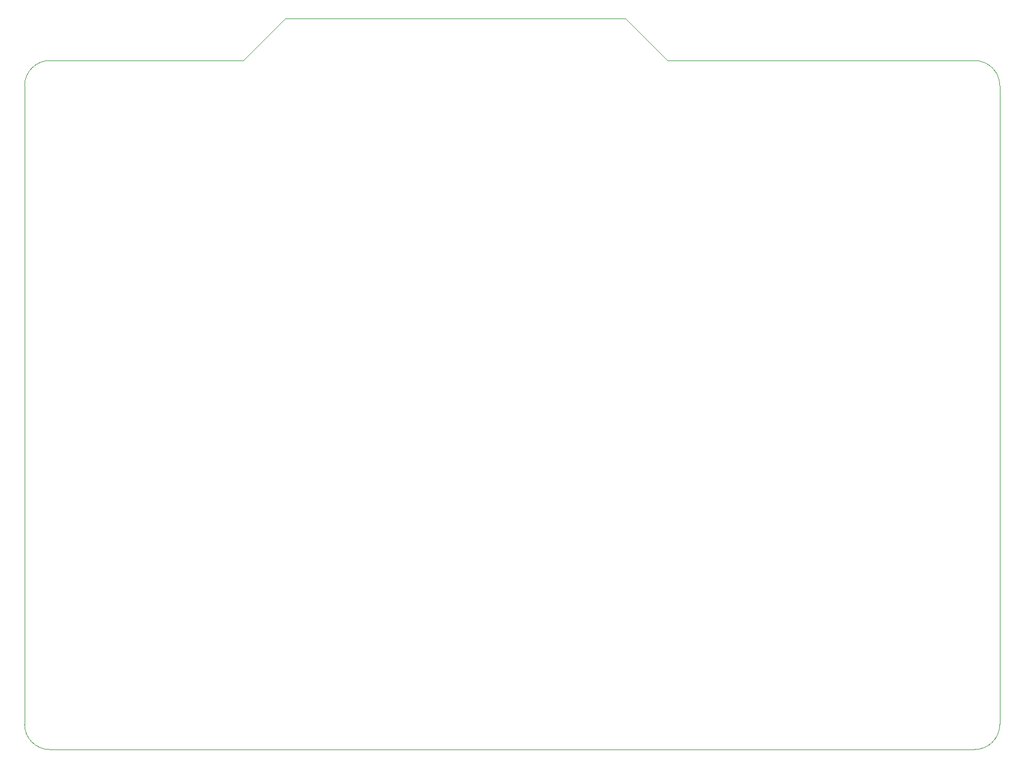
<source format=gbr>
%TF.GenerationSoftware,KiCad,Pcbnew,(5.1.9)-1*%
%TF.CreationDate,2021-05-14T23:56:10-04:00*%
%TF.ProjectId,backside,6261636b-7369-4646-952e-6b696361645f,rev?*%
%TF.SameCoordinates,Original*%
%TF.FileFunction,Profile,NP*%
%FSLAX46Y46*%
G04 Gerber Fmt 4.6, Leading zero omitted, Abs format (unit mm)*
G04 Created by KiCad (PCBNEW (5.1.9)-1) date 2021-05-14 23:56:10*
%MOMM*%
%LPD*%
G01*
G04 APERTURE LIST*
%TA.AperFunction,Profile*%
%ADD10C,0.050000*%
%TD*%
G04 APERTURE END LIST*
D10*
X78740000Y-48260000D02*
X125095000Y-48260000D01*
X72390000Y-41910000D02*
X78740000Y-48260000D01*
X20955000Y-41910000D02*
X72390000Y-41910000D01*
X14605000Y-48260000D02*
X20955000Y-41910000D01*
X-14605000Y-48260000D02*
X14605000Y-48260000D01*
X-18415000Y-148590000D02*
X-18415000Y-52070000D01*
X125095000Y-152400000D02*
X-14605000Y-152400000D01*
X128905000Y-52070000D02*
X128905000Y-148590000D01*
X128905000Y-148590000D02*
G75*
G02*
X125095000Y-152400000I-3810000J0D01*
G01*
X-14605000Y-152400000D02*
G75*
G02*
X-18415000Y-148590000I0J3810000D01*
G01*
X-18415000Y-52070000D02*
G75*
G02*
X-14605000Y-48260000I3810000J0D01*
G01*
X125095000Y-48260000D02*
G75*
G02*
X128905000Y-52070000I0J-3810000D01*
G01*
M02*

</source>
